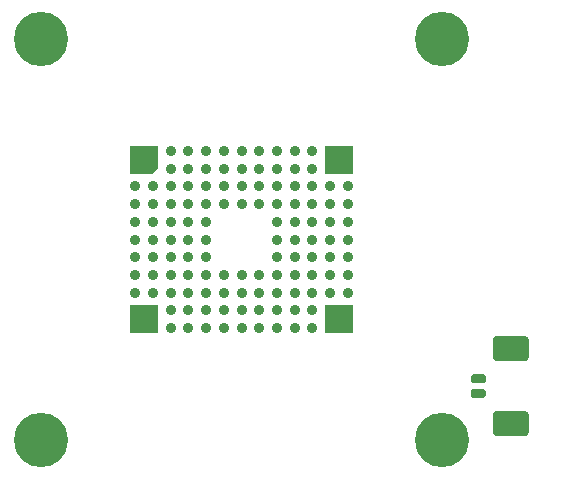
<source format=gbr>
G04 #@! TF.GenerationSoftware,KiCad,Pcbnew,(6.0.9)*
G04 #@! TF.CreationDate,2024-03-06T21:09:06-08:00*
G04 #@! TF.ProjectId,IMX585_MIPI_Breakout_v3,494d5835-3835-45f4-9d49-50495f427265,rev?*
G04 #@! TF.SameCoordinates,Original*
G04 #@! TF.FileFunction,Soldermask,Bot*
G04 #@! TF.FilePolarity,Negative*
%FSLAX46Y46*%
G04 Gerber Fmt 4.6, Leading zero omitted, Abs format (unit mm)*
G04 Created by KiCad (PCBNEW (6.0.9)) date 2024-03-06 21:09:06*
%MOMM*%
%LPD*%
G01*
G04 APERTURE LIST*
%ADD10C,4.600000*%
%ADD11C,0.900000*%
%ADD12R,2.400000X2.400000*%
G04 APERTURE END LIST*
D10*
G04 #@! TO.C,H2*
X126600000Y-121900000D03*
G04 #@! TD*
G04 #@! TO.C,H1*
X126600000Y-87900000D03*
G04 #@! TD*
G04 #@! TO.C,H3*
X160600000Y-121900000D03*
G04 #@! TD*
G04 #@! TO.C,H4*
X160600000Y-87900000D03*
G04 #@! TD*
G04 #@! TO.C,J6*
G36*
G01*
X163200000Y-116275000D02*
X164100000Y-116275000D01*
G75*
G02*
X164300000Y-116475000I0J-200000D01*
G01*
X164300000Y-116875000D01*
G75*
G02*
X164100000Y-117075000I-200000J0D01*
G01*
X163200000Y-117075000D01*
G75*
G02*
X163000000Y-116875000I0J200000D01*
G01*
X163000000Y-116475000D01*
G75*
G02*
X163200000Y-116275000I200000J0D01*
G01*
G37*
G36*
G01*
X163200000Y-117525000D02*
X164100000Y-117525000D01*
G75*
G02*
X164300000Y-117725000I0J-200000D01*
G01*
X164300000Y-118125000D01*
G75*
G02*
X164100000Y-118325000I-200000J0D01*
G01*
X163200000Y-118325000D01*
G75*
G02*
X163000000Y-118125000I0J200000D01*
G01*
X163000000Y-117725000D01*
G75*
G02*
X163200000Y-117525000I200000J0D01*
G01*
G37*
G36*
G01*
X165150001Y-113075000D02*
X167649999Y-113075000D01*
G75*
G02*
X167900000Y-113325001I0J-250001D01*
G01*
X167900000Y-114924999D01*
G75*
G02*
X167649999Y-115175000I-250001J0D01*
G01*
X165150001Y-115175000D01*
G75*
G02*
X164900000Y-114924999I0J250001D01*
G01*
X164900000Y-113325001D01*
G75*
G02*
X165150001Y-113075000I250001J0D01*
G01*
G37*
G36*
G01*
X165150001Y-119425000D02*
X167649999Y-119425000D01*
G75*
G02*
X167900000Y-119675001I0J-250001D01*
G01*
X167900000Y-121274999D01*
G75*
G02*
X167649999Y-121525000I-250001J0D01*
G01*
X165150001Y-121525000D01*
G75*
G02*
X164900000Y-121274999I0J250001D01*
G01*
X164900000Y-119675001D01*
G75*
G02*
X165150001Y-119425000I250001J0D01*
G01*
G37*
G04 #@! TD*
D11*
G04 #@! TO.C,U4*
X134600000Y-100400000D03*
X134600000Y-101900000D03*
X134600637Y-103387082D03*
X134600000Y-104900000D03*
X134600000Y-106400000D03*
X134600000Y-107900000D03*
X134600000Y-109400000D03*
X136100000Y-100400000D03*
X136100000Y-101900000D03*
X136100637Y-103387082D03*
X136100000Y-104900000D03*
X136100000Y-106400000D03*
X136100000Y-107900000D03*
X136100000Y-109400000D03*
X137600000Y-97400000D03*
X137600000Y-98900000D03*
X137600000Y-100400000D03*
X137600000Y-101900000D03*
X137600637Y-103387082D03*
X137600000Y-104900000D03*
X137600000Y-106400000D03*
X137600000Y-107900000D03*
X137600000Y-109400000D03*
X137600637Y-110887082D03*
X137600000Y-112400000D03*
X139100000Y-97400000D03*
X139100000Y-98900000D03*
X139100000Y-100400000D03*
X139100000Y-101900000D03*
X139100637Y-103387082D03*
X139100000Y-104900000D03*
X139100000Y-106400000D03*
X139100000Y-107900000D03*
X139100000Y-109400000D03*
X139100637Y-110887082D03*
X139100000Y-112400000D03*
X140600000Y-97400000D03*
X140600000Y-98900000D03*
X140600000Y-100400000D03*
X140600000Y-101900000D03*
X140600637Y-103387082D03*
X140600000Y-104900000D03*
X140600000Y-106400000D03*
X140600000Y-107900000D03*
X140600000Y-109400000D03*
X140600637Y-110887082D03*
X140600000Y-112400000D03*
X142100000Y-97400000D03*
X142100000Y-98900000D03*
X142100000Y-100400000D03*
X142100000Y-101900000D03*
X142100000Y-107900000D03*
X142100000Y-109400000D03*
X142100637Y-110887082D03*
X142100000Y-112400000D03*
X143600000Y-97400000D03*
X143600000Y-98900000D03*
X143600000Y-100400000D03*
X143600000Y-101900000D03*
X143600000Y-107900000D03*
X143600000Y-109400000D03*
X143600637Y-110887082D03*
X143600000Y-112400000D03*
X145100000Y-97400000D03*
X145100000Y-98900000D03*
X145100000Y-100400000D03*
X145100000Y-101900000D03*
X145100000Y-107900000D03*
X145100000Y-109400000D03*
X145100637Y-110887082D03*
X145100000Y-112400000D03*
X146600000Y-97400000D03*
X146600000Y-98900000D03*
X146600000Y-100400000D03*
X146600000Y-101900000D03*
X146600637Y-103387082D03*
X146600000Y-104900000D03*
X146600000Y-106400000D03*
X146600000Y-107900000D03*
X146600000Y-109400000D03*
X146600637Y-110887082D03*
X146600000Y-112400000D03*
X148100000Y-97400000D03*
X148100000Y-98900000D03*
X148100000Y-100400000D03*
X148100000Y-101900000D03*
X148100637Y-103387082D03*
X148100000Y-104900000D03*
X148100000Y-106400000D03*
X148100000Y-107900000D03*
X148100000Y-109400000D03*
X148100637Y-110887082D03*
X148100000Y-112400000D03*
X149600000Y-97400000D03*
X149600000Y-98900000D03*
X149600000Y-100400000D03*
X149600000Y-101900000D03*
X149600637Y-103387082D03*
X149600000Y-104900000D03*
X149600000Y-106400000D03*
X149600000Y-107900000D03*
X149600000Y-109400000D03*
X149600637Y-110887082D03*
X149600000Y-112400000D03*
X151100000Y-100400000D03*
X151100000Y-101900000D03*
X151100637Y-103387082D03*
X151100000Y-104900000D03*
X151100000Y-106400000D03*
X151100000Y-107900000D03*
X151100000Y-109400000D03*
X152600000Y-100400000D03*
X152600000Y-101900000D03*
X152600637Y-103387082D03*
X152600000Y-104900000D03*
X152600000Y-106400000D03*
X152600000Y-107900000D03*
X152600000Y-109400000D03*
G36*
X136550000Y-98870000D02*
G01*
X136070000Y-99350000D01*
X134150000Y-99350000D01*
X134150000Y-96950000D01*
X136550000Y-96950000D01*
X136550000Y-98870000D01*
G37*
D12*
X135350000Y-111650000D03*
X151850000Y-98150000D03*
X151850000Y-111650000D03*
G04 #@! TD*
M02*

</source>
